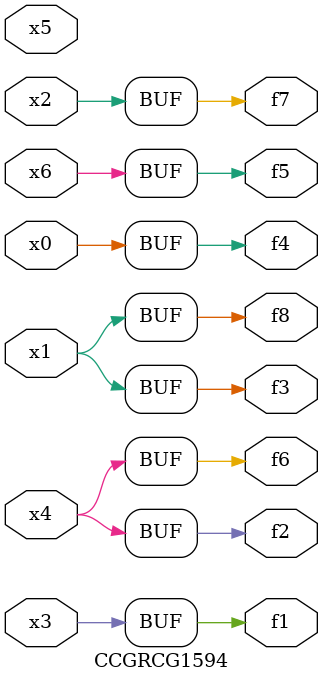
<source format=v>
module CCGRCG1594(
	input x0, x1, x2, x3, x4, x5, x6,
	output f1, f2, f3, f4, f5, f6, f7, f8
);
	assign f1 = x3;
	assign f2 = x4;
	assign f3 = x1;
	assign f4 = x0;
	assign f5 = x6;
	assign f6 = x4;
	assign f7 = x2;
	assign f8 = x1;
endmodule

</source>
